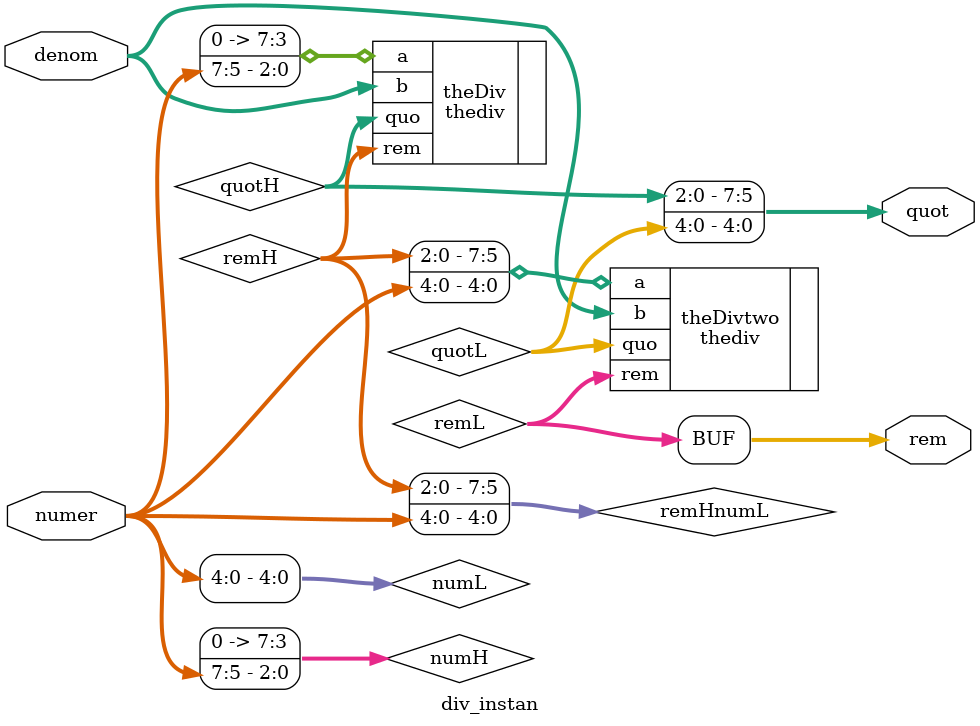
<source format=v>
module div_instan(numer, denom, quot, rem);


parameter numer_w = 8;
parameter denom_w = 3;

input [numer_w-1:0] numer;
input [denom_w-1:0] denom;
output reg [numer_w-1:0] quot;
output reg [denom_w-1:0] rem;


reg [numer_w-1:0] numH;
reg [numer_w-denom_w-1:0] numL;
wire [numer_w-denom_w-1:0] quotH, quotL;
wire [denom_w-1:0] remH, remL;
reg [numer_w-1:0] remHnumL;


always @(numer or denom)
begin
	numH = {{numer_w-denom_w{1'b0}}, numer[numer_w-1:numer_w-denom_w]};
	numL = numer[numer_w-denom_w-1:0];
	remHnumL = {remH, numL};
	quot = {quotH[denom_w-1:0], quotL};
	rem = remL;
end
//

thediv #(numer_w, denom_w) theDiv (
.a(numH), 
.b(denom), 
.quo(quotH), 
.rem(remH)
);

thediv #(numer_w, denom_w) theDivtwo (
.a(remHnumL), 
.b(denom), 
.quo(quotL), 
.rem(remL)
);

endmodule


</source>
